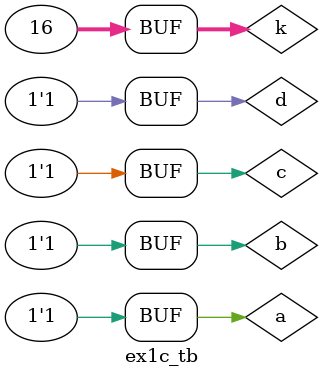
<source format=v>
module ex1c (
	input a, b, c, d,
	output f3
);
	assign f3=~a&~c&~d|~a&b&d|~a&~b&c;
endmodule 

module ex1c_tb;
	reg a, b, c, d;
	wire f3;

	ex1c ex1c_i (.a(a), .b(b), .c(c), .d(d), .f3(f3));

	integer k;
	initial begin
		$display("Time\ta\tb\tc\td\tabcd_10\tf3");
		$monitor("%0t\t%b\t%b\t%b\t%b\t%0d\t%b", $time, a, b, c, d, {a,b,c,d}, f3);
		{a, b, c, d} = 0;
		for (k = 1; k < 16; k = k + 1)
			#10 {a, b, c, d} = k;
	end
endmodule
</source>
